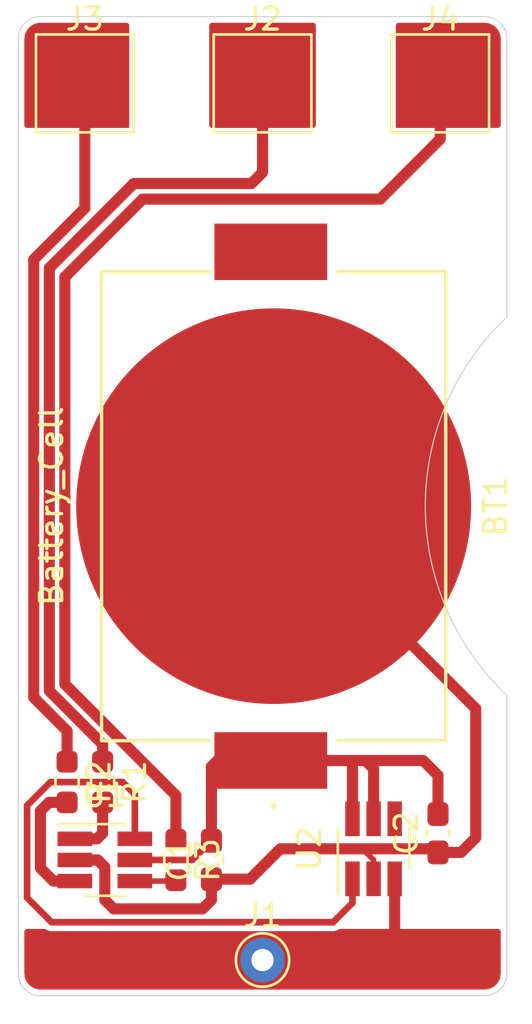
<source format=kicad_pcb>
(kicad_pcb (version 20171130) (host pcbnew 5.1.8)

  (general
    (thickness 1.6)
    (drawings 11)
    (tracks 74)
    (zones 0)
    (modules 12)
    (nets 12)
  )

  (page A)
  (title_block
    (date 2020-12-20)
  )

  (layers
    (0 F.Cu signal)
    (31 B.Cu signal)
    (32 B.Adhes user)
    (33 F.Adhes user)
    (34 B.Paste user)
    (35 F.Paste user)
    (36 B.SilkS user)
    (37 F.SilkS user)
    (38 B.Mask user)
    (39 F.Mask user)
    (40 Dwgs.User user)
    (41 Cmts.User user)
    (42 Eco1.User user)
    (43 Eco2.User user)
    (44 Edge.Cuts user)
    (45 Margin user)
    (46 B.CrtYd user)
    (47 F.CrtYd user)
    (48 B.Fab user)
    (49 F.Fab user)
  )

  (setup
    (last_trace_width 0.25)
    (user_trace_width 0.3)
    (user_trace_width 0.5)
    (user_trace_width 1)
    (user_trace_width 3.5)
    (trace_clearance 0.2)
    (zone_clearance 0.25)
    (zone_45_only no)
    (trace_min 0.2)
    (via_size 0.8)
    (via_drill 0.4)
    (via_min_size 0.4)
    (via_min_drill 0.3)
    (uvia_size 0.3)
    (uvia_drill 0.1)
    (uvias_allowed no)
    (uvia_min_size 0.2)
    (uvia_min_drill 0.1)
    (edge_width 0.05)
    (segment_width 0.2)
    (pcb_text_width 0.3)
    (pcb_text_size 1.5 1.5)
    (mod_edge_width 0.12)
    (mod_text_size 1 1)
    (mod_text_width 0.15)
    (pad_size 1.524 1.524)
    (pad_drill 0.762)
    (pad_to_mask_clearance 0)
    (aux_axis_origin 123 99)
    (visible_elements FFFFFF7F)
    (pcbplotparams
      (layerselection 0x01000_7fffffff)
      (usegerberextensions false)
      (usegerberattributes true)
      (usegerberadvancedattributes true)
      (creategerberjobfile true)
      (excludeedgelayer true)
      (linewidth 0.100000)
      (plotframeref false)
      (viasonmask false)
      (mode 1)
      (useauxorigin true)
      (hpglpennumber 1)
      (hpglpenspeed 20)
      (hpglpendiameter 15.000000)
      (psnegative false)
      (psa4output false)
      (plotreference true)
      (plotvalue true)
      (plotinvisibletext false)
      (padsonsilk false)
      (subtractmaskfromsilk false)
      (outputformat 1)
      (mirror false)
      (drillshape 0)
      (scaleselection 1)
      (outputdirectory "gerber/"))
  )

  (net 0 "")
  (net 1 GND)
  (net 2 +3V0)
  (net 3 /TOUCH)
  (net 4 /PB0)
  (net 5 /PB1)
  (net 6 /PB2)
  (net 7 "Net-(U2-Pad4)")
  (net 8 /PB3)
  (net 9 "Net-(J2-Pad1)")
  (net 10 "Net-(J3-Pad1)")
  (net 11 "Net-(J4-Pad1)")

  (net_class Default "This is the default net class."
    (clearance 0.2)
    (trace_width 0.25)
    (via_dia 0.8)
    (via_drill 0.4)
    (uvia_dia 0.3)
    (uvia_drill 0.1)
    (add_net +3V0)
    (add_net /PB0)
    (add_net /PB1)
    (add_net /PB2)
    (add_net /PB3)
    (add_net /TOUCH)
    (add_net GND)
    (add_net "Net-(J2-Pad1)")
    (add_net "Net-(J3-Pad1)")
    (add_net "Net-(J4-Pad1)")
    (add_net "Net-(U2-Pad4)")
  )

  (module pl_Linx_battery_holder:BAT-HLD-001 (layer F.Cu) (tedit 5FDE6C55) (tstamp 5FB03A17)
    (at 111.5 122 90)
    (path /5FAFD2A3)
    (fp_text reference BT1 (at 0 10 90) (layer F.SilkS)
      (effects (font (size 1 1) (thickness 0.15)))
    )
    (fp_text value Battery_Cell (at 0 -10 90) (layer F.SilkS)
      (effects (font (size 1 1) (thickness 0.15)))
    )
    (fp_line (start -10.541 7.747) (end 10.541 7.747) (layer F.SilkS) (width 0.1524))
    (fp_line (start 10.541 7.747) (end 10.541 2.87274) (layer F.SilkS) (width 0.1524))
    (fp_line (start 10.541 -7.747) (end -10.541 -7.747) (layer F.SilkS) (width 0.1524))
    (fp_line (start -10.541 -7.747) (end -10.541 -2.87274) (layer F.SilkS) (width 0.1524))
    (fp_line (start -10.541 7.747) (end 10.541 7.747) (layer F.Fab) (width 0.1524))
    (fp_line (start 10.541 7.747) (end 10.541 -7.747) (layer F.Fab) (width 0.1524))
    (fp_line (start 10.541 -7.747) (end -10.541 -7.747) (layer F.Fab) (width 0.1524))
    (fp_line (start -10.541 -7.747) (end -10.541 7.747) (layer F.Fab) (width 0.1524))
    (fp_line (start -10.541 2.87274) (end -10.541 7.747) (layer F.SilkS) (width 0.1524))
    (fp_line (start 10.541 -2.87274) (end 10.541 -7.747) (layer F.SilkS) (width 0.1524))
    (fp_line (start -12.954 9.1948) (end -12.954 -9.1948) (layer F.CrtYd) (width 0.1524))
    (fp_line (start -12.954 -9.1948) (end 12.954 -9.1948) (layer F.CrtYd) (width 0.1524))
    (fp_line (start 12.954 -9.1948) (end 12.954 9.1948) (layer F.CrtYd) (width 0.1524))
    (fp_line (start 12.954 9.1948) (end -12.954 9.1948) (layer F.CrtYd) (width 0.1524))
    (fp_circle (center -13.462 0) (end -13.3858 0) (layer F.Fab) (width 0.1524))
    (fp_circle (center -13.462 0) (end -13.3858 0) (layer F.SilkS) (width 0.1524))
    (fp_text user 0.8in/20.32mm (at 0 -10.795 90) (layer Dwgs.User)
      (effects (font (size 1 1) (thickness 0.15)))
    )
    (fp_text user 1in/25.4mm (at 0 10.795 90) (layer Dwgs.User)
      (effects (font (size 1 1) (thickness 0.15)))
    )
    (fp_text user 0.2in/5.08mm (at 5.588 0 90) (layer Dwgs.User)
      (effects (font (size 1 1) (thickness 0.15)))
    )
    (fp_text user * (at 0 0 90) (layer F.Fab)
      (effects (font (size 1 1) (thickness 0.15)))
    )
    (fp_text user "Copyright 2016 Accelerated Designs. All rights reserved." (at 0 0 90) (layer Cmts.User)
      (effects (font (size 0.127 0.127) (thickness 0.002)))
    )
    (pad 2 smd circle (at 0 0 90) (size 17.780001 17.780001) (layers F.Cu F.Paste F.Mask)
      (net 1 GND))
    (pad 3 smd rect (at 11.43 -0.127 90) (size 2.54 5.08) (layers F.Cu F.Paste F.Mask))
    (pad 1 smd rect (at -11.43 -0.127 90) (size 2.54 5.08) (layers F.Cu F.Paste F.Mask)
      (net 2 +3V0))
    (model ${KIPRJMOD}/3d_models/pl_battery-holder.3dshapes/BAT-HLD-001.step
      (at (xyz 0 0 0))
      (scale (xyz 1 1 1))
      (rotate (xyz 0 0 0))
    )
  )

  (module Resistor_SMD:R_0603_1608Metric_Pad0.98x0.95mm_HandSolder (layer F.Cu) (tedit 5F68FEEE) (tstamp 5FDE9693)
    (at 103.8 134.4 270)
    (descr "Resistor SMD 0603 (1608 Metric), square (rectangular) end terminal, IPC_7351 nominal with elongated pad for handsoldering. (Body size source: IPC-SM-782 page 72, https://www.pcb-3d.com/wordpress/wp-content/uploads/ipc-sm-782a_amendment_1_and_2.pdf), generated with kicad-footprint-generator")
    (tags "resistor handsolder")
    (path /5FAFED22)
    (attr smd)
    (fp_text reference R1 (at 0 -1.43 90) (layer F.SilkS)
      (effects (font (size 1 1) (thickness 0.15)))
    )
    (fp_text value 91 (at 0 1.43 90) (layer F.Fab)
      (effects (font (size 1 1) (thickness 0.15)))
    )
    (fp_line (start -0.8 0.4125) (end -0.8 -0.4125) (layer F.Fab) (width 0.1))
    (fp_line (start -0.8 -0.4125) (end 0.8 -0.4125) (layer F.Fab) (width 0.1))
    (fp_line (start 0.8 -0.4125) (end 0.8 0.4125) (layer F.Fab) (width 0.1))
    (fp_line (start 0.8 0.4125) (end -0.8 0.4125) (layer F.Fab) (width 0.1))
    (fp_line (start -0.254724 -0.5225) (end 0.254724 -0.5225) (layer F.SilkS) (width 0.12))
    (fp_line (start -0.254724 0.5225) (end 0.254724 0.5225) (layer F.SilkS) (width 0.12))
    (fp_line (start -1.65 0.73) (end -1.65 -0.73) (layer F.CrtYd) (width 0.05))
    (fp_line (start -1.65 -0.73) (end 1.65 -0.73) (layer F.CrtYd) (width 0.05))
    (fp_line (start 1.65 -0.73) (end 1.65 0.73) (layer F.CrtYd) (width 0.05))
    (fp_line (start 1.65 0.73) (end -1.65 0.73) (layer F.CrtYd) (width 0.05))
    (fp_text user %R (at 0 0 90) (layer F.Fab)
      (effects (font (size 0.4 0.4) (thickness 0.06)))
    )
    (pad 1 smd roundrect (at -0.9125 0 270) (size 0.975 0.95) (layers F.Cu F.Paste F.Mask) (roundrect_rratio 0.25)
      (net 9 "Net-(J2-Pad1)"))
    (pad 2 smd roundrect (at 0.9125 0 270) (size 0.975 0.95) (layers F.Cu F.Paste F.Mask) (roundrect_rratio 0.25)
      (net 4 /PB0))
    (model ${KISYS3DMOD}/Resistor_SMD.3dshapes/R_0603_1608Metric.wrl
      (at (xyz 0 0 0))
      (scale (xyz 1 1 1))
      (rotate (xyz 0 0 0))
    )
  )

  (module Resistor_SMD:R_0603_1608Metric_Pad0.98x0.95mm_HandSolder (layer F.Cu) (tedit 5F68FEEE) (tstamp 5FDE96F9)
    (at 102.2 134.4 270)
    (descr "Resistor SMD 0603 (1608 Metric), square (rectangular) end terminal, IPC_7351 nominal with elongated pad for handsoldering. (Body size source: IPC-SM-782 page 72, https://www.pcb-3d.com/wordpress/wp-content/uploads/ipc-sm-782a_amendment_1_and_2.pdf), generated with kicad-footprint-generator")
    (tags "resistor handsolder")
    (path /5FAFF166)
    (attr smd)
    (fp_text reference R2 (at 0 -1.43 90) (layer F.SilkS)
      (effects (font (size 1 1) (thickness 0.15)))
    )
    (fp_text value 91 (at 0 1.43 90) (layer F.Fab)
      (effects (font (size 1 1) (thickness 0.15)))
    )
    (fp_line (start 1.65 0.73) (end -1.65 0.73) (layer F.CrtYd) (width 0.05))
    (fp_line (start 1.65 -0.73) (end 1.65 0.73) (layer F.CrtYd) (width 0.05))
    (fp_line (start -1.65 -0.73) (end 1.65 -0.73) (layer F.CrtYd) (width 0.05))
    (fp_line (start -1.65 0.73) (end -1.65 -0.73) (layer F.CrtYd) (width 0.05))
    (fp_line (start -0.254724 0.5225) (end 0.254724 0.5225) (layer F.SilkS) (width 0.12))
    (fp_line (start -0.254724 -0.5225) (end 0.254724 -0.5225) (layer F.SilkS) (width 0.12))
    (fp_line (start 0.8 0.4125) (end -0.8 0.4125) (layer F.Fab) (width 0.1))
    (fp_line (start 0.8 -0.4125) (end 0.8 0.4125) (layer F.Fab) (width 0.1))
    (fp_line (start -0.8 -0.4125) (end 0.8 -0.4125) (layer F.Fab) (width 0.1))
    (fp_line (start -0.8 0.4125) (end -0.8 -0.4125) (layer F.Fab) (width 0.1))
    (fp_text user %R (at 0 0 90) (layer F.Fab)
      (effects (font (size 0.4 0.4) (thickness 0.06)))
    )
    (pad 2 smd roundrect (at 0.9125 0 270) (size 0.975 0.95) (layers F.Cu F.Paste F.Mask) (roundrect_rratio 0.25)
      (net 5 /PB1))
    (pad 1 smd roundrect (at -0.9125 0 270) (size 0.975 0.95) (layers F.Cu F.Paste F.Mask) (roundrect_rratio 0.25)
      (net 10 "Net-(J3-Pad1)"))
    (model ${KISYS3DMOD}/Resistor_SMD.3dshapes/R_0603_1608Metric.wrl
      (at (xyz 0 0 0))
      (scale (xyz 1 1 1))
      (rotate (xyz 0 0 0))
    )
  )

  (module Capacitor_SMD:C_0603_1608Metric_Pad1.08x0.95mm_HandSolder (layer F.Cu) (tedit 5F68FEEF) (tstamp 5FDE23A3)
    (at 108.7 137.9 90)
    (descr "Capacitor SMD 0603 (1608 Metric), square (rectangular) end terminal, IPC_7351 nominal with elongated pad for handsoldering. (Body size source: IPC-SM-782 page 76, https://www.pcb-3d.com/wordpress/wp-content/uploads/ipc-sm-782a_amendment_1_and_2.pdf), generated with kicad-footprint-generator")
    (tags "capacitor handsolder")
    (path /5FE09015)
    (attr smd)
    (fp_text reference C1 (at 0 -1.43 90) (layer F.SilkS)
      (effects (font (size 1 1) (thickness 0.15)))
    )
    (fp_text value 100n (at 0 1.43 90) (layer F.Fab)
      (effects (font (size 1 1) (thickness 0.15)))
    )
    (fp_line (start 1.65 0.73) (end -1.65 0.73) (layer F.CrtYd) (width 0.05))
    (fp_line (start 1.65 -0.73) (end 1.65 0.73) (layer F.CrtYd) (width 0.05))
    (fp_line (start -1.65 -0.73) (end 1.65 -0.73) (layer F.CrtYd) (width 0.05))
    (fp_line (start -1.65 0.73) (end -1.65 -0.73) (layer F.CrtYd) (width 0.05))
    (fp_line (start -0.146267 0.51) (end 0.146267 0.51) (layer F.SilkS) (width 0.12))
    (fp_line (start -0.146267 -0.51) (end 0.146267 -0.51) (layer F.SilkS) (width 0.12))
    (fp_line (start 0.8 0.4) (end -0.8 0.4) (layer F.Fab) (width 0.1))
    (fp_line (start 0.8 -0.4) (end 0.8 0.4) (layer F.Fab) (width 0.1))
    (fp_line (start -0.8 -0.4) (end 0.8 -0.4) (layer F.Fab) (width 0.1))
    (fp_line (start -0.8 0.4) (end -0.8 -0.4) (layer F.Fab) (width 0.1))
    (fp_text user %R (at 0 0 90) (layer F.Fab)
      (effects (font (size 0.4 0.4) (thickness 0.06)))
    )
    (pad 1 smd roundrect (at -0.8625 0 90) (size 1.075 0.95) (layers F.Cu F.Paste F.Mask) (roundrect_rratio 0.25)
      (net 1 GND))
    (pad 2 smd roundrect (at 0.8625 0 90) (size 1.075 0.95) (layers F.Cu F.Paste F.Mask) (roundrect_rratio 0.25)
      (net 2 +3V0))
    (model ${KISYS3DMOD}/Capacitor_SMD.3dshapes/C_0603_1608Metric.wrl
      (at (xyz 0 0 0))
      (scale (xyz 1 1 1))
      (rotate (xyz 0 0 0))
    )
  )

  (module Capacitor_SMD:C_0603_1608Metric_Pad1.08x0.95mm_HandSolder (layer F.Cu) (tedit 5F68FEEF) (tstamp 5FDEA3C3)
    (at 118.9 136.7 90)
    (descr "Capacitor SMD 0603 (1608 Metric), square (rectangular) end terminal, IPC_7351 nominal with elongated pad for handsoldering. (Body size source: IPC-SM-782 page 76, https://www.pcb-3d.com/wordpress/wp-content/uploads/ipc-sm-782a_amendment_1_and_2.pdf), generated with kicad-footprint-generator")
    (tags "capacitor handsolder")
    (path /5FE06C2D)
    (attr smd)
    (fp_text reference C2 (at 0 -1.43 90) (layer F.SilkS)
      (effects (font (size 1 1) (thickness 0.15)))
    )
    (fp_text value 100n (at 0 1.43 90) (layer F.Fab)
      (effects (font (size 1 1) (thickness 0.15)))
    )
    (fp_line (start -0.8 0.4) (end -0.8 -0.4) (layer F.Fab) (width 0.1))
    (fp_line (start -0.8 -0.4) (end 0.8 -0.4) (layer F.Fab) (width 0.1))
    (fp_line (start 0.8 -0.4) (end 0.8 0.4) (layer F.Fab) (width 0.1))
    (fp_line (start 0.8 0.4) (end -0.8 0.4) (layer F.Fab) (width 0.1))
    (fp_line (start -0.146267 -0.51) (end 0.146267 -0.51) (layer F.SilkS) (width 0.12))
    (fp_line (start -0.146267 0.51) (end 0.146267 0.51) (layer F.SilkS) (width 0.12))
    (fp_line (start -1.65 0.73) (end -1.65 -0.73) (layer F.CrtYd) (width 0.05))
    (fp_line (start -1.65 -0.73) (end 1.65 -0.73) (layer F.CrtYd) (width 0.05))
    (fp_line (start 1.65 -0.73) (end 1.65 0.73) (layer F.CrtYd) (width 0.05))
    (fp_line (start 1.65 0.73) (end -1.65 0.73) (layer F.CrtYd) (width 0.05))
    (fp_text user %R (at 0 0 90) (layer F.Fab)
      (effects (font (size 0.4 0.4) (thickness 0.06)))
    )
    (pad 2 smd roundrect (at 0.8625 0 90) (size 1.075 0.95) (layers F.Cu F.Paste F.Mask) (roundrect_rratio 0.25)
      (net 2 +3V0))
    (pad 1 smd roundrect (at -0.8625 0 90) (size 1.075 0.95) (layers F.Cu F.Paste F.Mask) (roundrect_rratio 0.25)
      (net 1 GND))
    (model ${KISYS3DMOD}/Capacitor_SMD.3dshapes/C_0603_1608Metric.wrl
      (at (xyz 0 0 0))
      (scale (xyz 1 1 1))
      (rotate (xyz 0 0 0))
    )
  )

  (module Resistor_SMD:R_0603_1608Metric_Pad0.98x0.95mm_HandSolder (layer F.Cu) (tedit 5F68FEEE) (tstamp 5FDE958B)
    (at 107.1 137.9 270)
    (descr "Resistor SMD 0603 (1608 Metric), square (rectangular) end terminal, IPC_7351 nominal with elongated pad for handsoldering. (Body size source: IPC-SM-782 page 72, https://www.pcb-3d.com/wordpress/wp-content/uploads/ipc-sm-782a_amendment_1_and_2.pdf), generated with kicad-footprint-generator")
    (tags "resistor handsolder")
    (path /5FE30139)
    (attr smd)
    (fp_text reference R3 (at 0 -1.43 90) (layer F.SilkS)
      (effects (font (size 1 1) (thickness 0.15)))
    )
    (fp_text value 91 (at 0 1.43 90) (layer F.Fab)
      (effects (font (size 1 1) (thickness 0.15)))
    )
    (fp_line (start -0.8 0.4125) (end -0.8 -0.4125) (layer F.Fab) (width 0.1))
    (fp_line (start -0.8 -0.4125) (end 0.8 -0.4125) (layer F.Fab) (width 0.1))
    (fp_line (start 0.8 -0.4125) (end 0.8 0.4125) (layer F.Fab) (width 0.1))
    (fp_line (start 0.8 0.4125) (end -0.8 0.4125) (layer F.Fab) (width 0.1))
    (fp_line (start -0.254724 -0.5225) (end 0.254724 -0.5225) (layer F.SilkS) (width 0.12))
    (fp_line (start -0.254724 0.5225) (end 0.254724 0.5225) (layer F.SilkS) (width 0.12))
    (fp_line (start -1.65 0.73) (end -1.65 -0.73) (layer F.CrtYd) (width 0.05))
    (fp_line (start -1.65 -0.73) (end 1.65 -0.73) (layer F.CrtYd) (width 0.05))
    (fp_line (start 1.65 -0.73) (end 1.65 0.73) (layer F.CrtYd) (width 0.05))
    (fp_line (start 1.65 0.73) (end -1.65 0.73) (layer F.CrtYd) (width 0.05))
    (fp_text user %R (at 0 0 90) (layer F.Fab)
      (effects (font (size 0.4 0.4) (thickness 0.06)))
    )
    (pad 2 smd roundrect (at 0.9125 0 270) (size 0.975 0.95) (layers F.Cu F.Paste F.Mask) (roundrect_rratio 0.25)
      (net 6 /PB2))
    (pad 1 smd roundrect (at -0.9125 0 270) (size 0.975 0.95) (layers F.Cu F.Paste F.Mask) (roundrect_rratio 0.25)
      (net 11 "Net-(J4-Pad1)"))
    (model ${KISYS3DMOD}/Resistor_SMD.3dshapes/R_0603_1608Metric.wrl
      (at (xyz 0 0 0))
      (scale (xyz 1 1 1))
      (rotate (xyz 0 0 0))
    )
  )

  (module Package_TO_SOT_SMD:SOT-23-6_Handsoldering (layer F.Cu) (tedit 5A02FF57) (tstamp 5FDEA3F8)
    (at 116 137.4 90)
    (descr "6-pin SOT-23 package, Handsoldering")
    (tags "SOT-23-6 Handsoldering")
    (path /5FDEC827)
    (attr smd)
    (fp_text reference U2 (at 0 -2.9 90) (layer F.SilkS)
      (effects (font (size 1 1) (thickness 0.15)))
    )
    (fp_text value TTP223E-HA6 (at 0 2.9 90) (layer F.Fab)
      (effects (font (size 1 1) (thickness 0.15)))
    )
    (fp_line (start 0.9 -1.55) (end 0.9 1.55) (layer F.Fab) (width 0.1))
    (fp_line (start 0.9 1.55) (end -0.9 1.55) (layer F.Fab) (width 0.1))
    (fp_line (start -0.9 -0.9) (end -0.9 1.55) (layer F.Fab) (width 0.1))
    (fp_line (start 0.9 -1.55) (end -0.25 -1.55) (layer F.Fab) (width 0.1))
    (fp_line (start -0.9 -0.9) (end -0.25 -1.55) (layer F.Fab) (width 0.1))
    (fp_line (start -2.4 -1.8) (end 2.4 -1.8) (layer F.CrtYd) (width 0.05))
    (fp_line (start 2.4 -1.8) (end 2.4 1.8) (layer F.CrtYd) (width 0.05))
    (fp_line (start 2.4 1.8) (end -2.4 1.8) (layer F.CrtYd) (width 0.05))
    (fp_line (start -2.4 1.8) (end -2.4 -1.8) (layer F.CrtYd) (width 0.05))
    (fp_line (start 0.9 -1.61) (end -2.05 -1.61) (layer F.SilkS) (width 0.12))
    (fp_line (start -0.9 1.61) (end 0.9 1.61) (layer F.SilkS) (width 0.12))
    (fp_text user %R (at 0 0) (layer F.Fab)
      (effects (font (size 0.5 0.5) (thickness 0.075)))
    )
    (pad 1 smd rect (at -1.35 -0.95 90) (size 1.56 0.65) (layers F.Cu F.Paste F.Mask)
      (net 8 /PB3))
    (pad 2 smd rect (at -1.35 0 90) (size 1.56 0.65) (layers F.Cu F.Paste F.Mask)
      (net 1 GND))
    (pad 3 smd rect (at -1.35 0.95 90) (size 1.56 0.65) (layers F.Cu F.Paste F.Mask)
      (net 3 /TOUCH))
    (pad 4 smd rect (at 1.35 0.95 90) (size 1.56 0.65) (layers F.Cu F.Paste F.Mask)
      (net 7 "Net-(U2-Pad4)"))
    (pad 6 smd rect (at 1.35 -0.95 90) (size 1.56 0.65) (layers F.Cu F.Paste F.Mask)
      (net 2 +3V0))
    (pad 5 smd rect (at 1.35 0 90) (size 1.56 0.65) (layers F.Cu F.Paste F.Mask)
      (net 2 +3V0))
    (model ${KISYS3DMOD}/Package_TO_SOT_SMD.3dshapes/SOT-23-6.wrl
      (at (xyz 0 0 0))
      (scale (xyz 1 1 1))
      (rotate (xyz 0 0 0))
    )
  )

  (module Package_TO_SOT_SMD:SOT-23-6_Handsoldering (layer F.Cu) (tedit 5A02FF57) (tstamp 5FDE2E4E)
    (at 103.9 137.9)
    (descr "6-pin SOT-23 package, Handsoldering")
    (tags "SOT-23-6 Handsoldering")
    (path /5FDE147D)
    (attr smd)
    (fp_text reference U1 (at 0 -2.9) (layer F.SilkS)
      (effects (font (size 1 1) (thickness 0.15)))
    )
    (fp_text value ATtiny10-TS (at 0 2.9) (layer F.Fab)
      (effects (font (size 1 1) (thickness 0.15)))
    )
    (fp_line (start 0.9 -1.55) (end 0.9 1.55) (layer F.Fab) (width 0.1))
    (fp_line (start 0.9 1.55) (end -0.9 1.55) (layer F.Fab) (width 0.1))
    (fp_line (start -0.9 -0.9) (end -0.9 1.55) (layer F.Fab) (width 0.1))
    (fp_line (start 0.9 -1.55) (end -0.25 -1.55) (layer F.Fab) (width 0.1))
    (fp_line (start -0.9 -0.9) (end -0.25 -1.55) (layer F.Fab) (width 0.1))
    (fp_line (start -2.4 -1.8) (end 2.4 -1.8) (layer F.CrtYd) (width 0.05))
    (fp_line (start 2.4 -1.8) (end 2.4 1.8) (layer F.CrtYd) (width 0.05))
    (fp_line (start 2.4 1.8) (end -2.4 1.8) (layer F.CrtYd) (width 0.05))
    (fp_line (start -2.4 1.8) (end -2.4 -1.8) (layer F.CrtYd) (width 0.05))
    (fp_line (start 0.9 -1.61) (end -2.05 -1.61) (layer F.SilkS) (width 0.12))
    (fp_line (start -0.9 1.61) (end 0.9 1.61) (layer F.SilkS) (width 0.12))
    (fp_text user %R (at 0 0 90) (layer F.Fab)
      (effects (font (size 0.5 0.5) (thickness 0.075)))
    )
    (pad 1 smd rect (at -1.35 -0.95) (size 1.56 0.65) (layers F.Cu F.Paste F.Mask)
      (net 4 /PB0))
    (pad 2 smd rect (at -1.35 0) (size 1.56 0.65) (layers F.Cu F.Paste F.Mask)
      (net 1 GND))
    (pad 3 smd rect (at -1.35 0.95) (size 1.56 0.65) (layers F.Cu F.Paste F.Mask)
      (net 5 /PB1))
    (pad 4 smd rect (at 1.35 0.95) (size 1.56 0.65) (layers F.Cu F.Paste F.Mask)
      (net 6 /PB2))
    (pad 6 smd rect (at 1.35 -0.95) (size 1.56 0.65) (layers F.Cu F.Paste F.Mask)
      (net 8 /PB3))
    (pad 5 smd rect (at 1.35 0) (size 1.56 0.65) (layers F.Cu F.Paste F.Mask)
      (net 2 +3V0))
    (model ${KISYS3DMOD}/Package_TO_SOT_SMD.3dshapes/SOT-23-6.wrl
      (at (xyz 0 0 0))
      (scale (xyz 1 1 1))
      (rotate (xyz 0 0 0))
    )
  )

  (module TestPoint:TestPoint_THTPad_D2.0mm_Drill1.0mm (layer F.Cu) (tedit 5A0F774F) (tstamp 5FDE903A)
    (at 111 142.4)
    (descr "THT pad as test Point, diameter 2.0mm, hole diameter 1.0mm")
    (tags "test point THT pad")
    (path /5FE01661)
    (attr virtual)
    (fp_text reference J1 (at 0 -1.998) (layer F.SilkS)
      (effects (font (size 1 1) (thickness 0.15)))
    )
    (fp_text value "TOUCH PAD" (at 0 2.05) (layer F.Fab)
      (effects (font (size 1 1) (thickness 0.15)))
    )
    (fp_circle (center 0 0) (end 0 1.2) (layer F.SilkS) (width 0.12))
    (fp_circle (center 0 0) (end 1.5 0) (layer F.CrtYd) (width 0.05))
    (fp_text user %R (at 0 -2) (layer F.Fab)
      (effects (font (size 1 1) (thickness 0.15)))
    )
    (pad 1 thru_hole circle (at 0 0) (size 2 2) (drill 1) (layers *.Cu *.Mask)
      (net 3 /TOUCH))
  )

  (module TestPoint:TestPoint_Pad_4.0x4.0mm (layer F.Cu) (tedit 5A0F774F) (tstamp 5FDE9F23)
    (at 111 103)
    (descr "SMD rectangular pad as test Point, square 4.0mm side length")
    (tags "test point SMD pad rectangle square")
    (path /5FF22C12)
    (attr virtual)
    (fp_text reference J2 (at 0 -2.898) (layer F.SilkS)
      (effects (font (size 1 1) (thickness 0.15)))
    )
    (fp_text value LED_PAD (at 0 3.1) (layer F.Fab)
      (effects (font (size 1 1) (thickness 0.15)))
    )
    (fp_line (start 2.5 2.5) (end -2.5 2.5) (layer F.CrtYd) (width 0.05))
    (fp_line (start 2.5 2.5) (end 2.5 -2.5) (layer F.CrtYd) (width 0.05))
    (fp_line (start -2.5 -2.5) (end -2.5 2.5) (layer F.CrtYd) (width 0.05))
    (fp_line (start -2.5 -2.5) (end 2.5 -2.5) (layer F.CrtYd) (width 0.05))
    (fp_line (start -2.2 2.2) (end -2.2 -2.2) (layer F.SilkS) (width 0.12))
    (fp_line (start 2.2 2.2) (end -2.2 2.2) (layer F.SilkS) (width 0.12))
    (fp_line (start 2.2 -2.2) (end 2.2 2.2) (layer F.SilkS) (width 0.12))
    (fp_line (start -2.2 -2.2) (end 2.2 -2.2) (layer F.SilkS) (width 0.12))
    (fp_text user %R (at 0 -2.9) (layer F.Fab)
      (effects (font (size 1 1) (thickness 0.15)))
    )
    (pad 1 smd rect (at 0 0) (size 4 4) (layers F.Cu F.Mask)
      (net 9 "Net-(J2-Pad1)"))
  )

  (module TestPoint:TestPoint_Pad_4.0x4.0mm (layer F.Cu) (tedit 5A0F774F) (tstamp 5FDE9F31)
    (at 103 103)
    (descr "SMD rectangular pad as test Point, square 4.0mm side length")
    (tags "test point SMD pad rectangle square")
    (path /5FF27BC7)
    (attr virtual)
    (fp_text reference J3 (at 0 -2.898) (layer F.SilkS)
      (effects (font (size 1 1) (thickness 0.15)))
    )
    (fp_text value LED_PAD (at 0 3.1) (layer F.Fab)
      (effects (font (size 1 1) (thickness 0.15)))
    )
    (fp_line (start -2.2 -2.2) (end 2.2 -2.2) (layer F.SilkS) (width 0.12))
    (fp_line (start 2.2 -2.2) (end 2.2 2.2) (layer F.SilkS) (width 0.12))
    (fp_line (start 2.2 2.2) (end -2.2 2.2) (layer F.SilkS) (width 0.12))
    (fp_line (start -2.2 2.2) (end -2.2 -2.2) (layer F.SilkS) (width 0.12))
    (fp_line (start -2.5 -2.5) (end 2.5 -2.5) (layer F.CrtYd) (width 0.05))
    (fp_line (start -2.5 -2.5) (end -2.5 2.5) (layer F.CrtYd) (width 0.05))
    (fp_line (start 2.5 2.5) (end 2.5 -2.5) (layer F.CrtYd) (width 0.05))
    (fp_line (start 2.5 2.5) (end -2.5 2.5) (layer F.CrtYd) (width 0.05))
    (fp_text user %R (at 0 -2.9) (layer F.Fab)
      (effects (font (size 1 1) (thickness 0.15)))
    )
    (pad 1 smd rect (at 0 0) (size 4 4) (layers F.Cu F.Mask)
      (net 10 "Net-(J3-Pad1)"))
  )

  (module TestPoint:TestPoint_Pad_4.0x4.0mm (layer F.Cu) (tedit 5A0F774F) (tstamp 5FDE9F3F)
    (at 119 103)
    (descr "SMD rectangular pad as test Point, square 4.0mm side length")
    (tags "test point SMD pad rectangle square")
    (path /5FF28E57)
    (attr virtual)
    (fp_text reference J4 (at 0 -2.898) (layer F.SilkS)
      (effects (font (size 1 1) (thickness 0.15)))
    )
    (fp_text value LED_PAD (at 0 3.1) (layer F.Fab)
      (effects (font (size 1 1) (thickness 0.15)))
    )
    (fp_line (start 2.5 2.5) (end -2.5 2.5) (layer F.CrtYd) (width 0.05))
    (fp_line (start 2.5 2.5) (end 2.5 -2.5) (layer F.CrtYd) (width 0.05))
    (fp_line (start -2.5 -2.5) (end -2.5 2.5) (layer F.CrtYd) (width 0.05))
    (fp_line (start -2.5 -2.5) (end 2.5 -2.5) (layer F.CrtYd) (width 0.05))
    (fp_line (start -2.2 2.2) (end -2.2 -2.2) (layer F.SilkS) (width 0.12))
    (fp_line (start 2.2 2.2) (end -2.2 2.2) (layer F.SilkS) (width 0.12))
    (fp_line (start 2.2 -2.2) (end 2.2 2.2) (layer F.SilkS) (width 0.12))
    (fp_line (start -2.2 -2.2) (end 2.2 -2.2) (layer F.SilkS) (width 0.12))
    (fp_text user %R (at 0 -2.9) (layer F.Fab)
      (effects (font (size 1 1) (thickness 0.15)))
    )
    (pad 1 smd rect (at 0 0) (size 4 4) (layers F.Cu F.Mask)
      (net 11 "Net-(J4-Pad1)"))
  )

  (gr_arc (start 101 143) (end 100 143) (angle -90) (layer Edge.Cuts) (width 0.05))
  (gr_arc (start 121 143) (end 121 144) (angle -90) (layer Edge.Cuts) (width 0.05))
  (gr_arc (start 121 101) (end 122 101) (angle -90) (layer Edge.Cuts) (width 0.05))
  (gr_arc (start 101 101) (end 101 100) (angle -90) (layer Edge.Cuts) (width 0.05))
  (gr_line (start 122 143) (end 122 130.5) (layer Edge.Cuts) (width 0.05) (tstamp 5FDE8CD8))
  (gr_arc (start 130 122) (end 122 113.5) (angle -93.47140918) (layer Edge.Cuts) (width 0.05))
  (gr_circle (center 111.5 122) (end 121.5 122) (layer Dwgs.User) (width 0.15))
  (gr_line (start 100 143) (end 100 101) (layer Edge.Cuts) (width 0.05) (tstamp 5FB03EFE))
  (gr_line (start 121 144) (end 101 144) (layer Edge.Cuts) (width 0.05))
  (gr_line (start 122 101) (end 122 113.5) (layer Edge.Cuts) (width 0.05))
  (gr_line (start 101 100) (end 121 100) (layer Edge.Cuts) (width 0.05) (tstamp 5FDEA00F))

  (segment (start 116 138.75) (end 116.05 138.75) (width 0.5) (layer F.Cu) (net 1))
  (segment (start 115.5 137.4) (end 111.8 137.4) (width 0.25) (layer F.Cu) (net 1))
  (segment (start 116 137.9) (end 115.5 137.4) (width 0.25) (layer F.Cu) (net 1))
  (segment (start 116 138.75) (end 116 137.9) (width 0.25) (layer F.Cu) (net 1))
  (segment (start 118.7375 137.4) (end 111.8 137.4) (width 0.5) (layer F.Cu) (net 1))
  (segment (start 118.9 137.5625) (end 118.7375 137.4) (width 0.5) (layer F.Cu) (net 1))
  (segment (start 108.7 138.7625) (end 110.4375 138.7625) (width 0.5) (layer F.Cu) (net 1))
  (segment (start 111.8 137.4) (end 110.4375 138.7625) (width 0.5) (layer F.Cu) (net 1))
  (segment (start 118.9 137.5625) (end 119.9375 137.5625) (width 0.5) (layer F.Cu) (net 1))
  (segment (start 119.9375 137.5625) (end 120.6 136.9) (width 0.5) (layer F.Cu) (net 1))
  (segment (start 120.6 131.1) (end 111.5 122) (width 0.5) (layer F.Cu) (net 1))
  (segment (start 120.6 136.9) (end 120.6 131.1) (width 0.5) (layer F.Cu) (net 1))
  (segment (start 103.9 139.7) (end 103.9 138.22) (width 0.5) (layer F.Cu) (net 1))
  (segment (start 103.9 138.22) (end 103.58 137.9) (width 0.5) (layer F.Cu) (net 1))
  (segment (start 104.3 140.1) (end 103.9 139.7) (width 0.5) (layer F.Cu) (net 1))
  (segment (start 103.58 137.9) (end 102.55 137.9) (width 0.5) (layer F.Cu) (net 1))
  (segment (start 108.3 140.1) (end 104.3 140.1) (width 0.5) (layer F.Cu) (net 1))
  (segment (start 108.7 139.7) (end 108.3 140.1) (width 0.5) (layer F.Cu) (net 1))
  (segment (start 108.7 138.7625) (end 108.7 139.7) (width 0.5) (layer F.Cu) (net 1))
  (segment (start 107.8375 137.9) (end 108.7 137.0375) (width 0.3) (layer F.Cu) (net 2))
  (segment (start 105.25 137.9) (end 107.8375 137.9) (width 0.3) (layer F.Cu) (net 2))
  (segment (start 108.7 137.0375) (end 108.7 133.7) (width 0.5) (layer F.Cu) (net 2))
  (segment (start 108.97 133.43) (end 111.373 133.43) (width 0.5) (layer F.Cu) (net 2))
  (segment (start 108.7 133.7) (end 108.97 133.43) (width 0.5) (layer F.Cu) (net 2))
  (segment (start 116 136.05) (end 116 133.8) (width 0.5) (layer F.Cu) (net 2))
  (segment (start 116 133.8) (end 115.63 133.43) (width 0.5) (layer F.Cu) (net 2))
  (segment (start 115.05 133.45) (end 115.03 133.43) (width 0.5) (layer F.Cu) (net 2))
  (segment (start 115.05 136.05) (end 115.05 133.45) (width 0.5) (layer F.Cu) (net 2))
  (segment (start 115.03 133.43) (end 111.373 133.43) (width 0.5) (layer F.Cu) (net 2))
  (segment (start 115.63 133.43) (end 115.03 133.43) (width 0.5) (layer F.Cu) (net 2))
  (segment (start 118.9 135.8375) (end 118.9 134.1) (width 0.5) (layer F.Cu) (net 2))
  (segment (start 118.23 133.43) (end 111.373 133.43) (width 0.5) (layer F.Cu) (net 2))
  (segment (start 118.9 134.1) (end 118.23 133.43) (width 0.5) (layer F.Cu) (net 2))
  (segment (start 116.95 138.75) (end 116.95 141.65) (width 0.5) (layer F.Cu) (net 3))
  (segment (start 116.2 142.4) (end 111 142.4) (width 0.5) (layer F.Cu) (net 3))
  (segment (start 116.95 141.65) (end 116.2 142.4) (width 0.5) (layer F.Cu) (net 3))
  (segment (start 103.8 135.3125) (end 103.8 136.7) (width 0.5) (layer F.Cu) (net 4))
  (segment (start 103.55 136.95) (end 102.55 136.95) (width 0.5) (layer F.Cu) (net 4))
  (segment (start 103.8 136.7) (end 103.55 136.95) (width 0.5) (layer F.Cu) (net 4))
  (segment (start 101 135.7) (end 101.3875 135.3125) (width 0.5) (layer F.Cu) (net 5))
  (segment (start 101.584998 138.85) (end 101 138.265002) (width 0.5) (layer F.Cu) (net 5))
  (segment (start 102.55 138.85) (end 101.584998 138.85) (width 0.5) (layer F.Cu) (net 5))
  (segment (start 101 138.265002) (end 101 135.7) (width 0.5) (layer F.Cu) (net 5))
  (segment (start 101.3875 135.3125) (end 102.2 135.3125) (width 0.5) (layer F.Cu) (net 5))
  (segment (start 107.0625 138.85) (end 107.1 138.8125) (width 0.25) (layer F.Cu) (net 6))
  (segment (start 105.25 138.85) (end 107.0625 138.85) (width 0.25) (layer F.Cu) (net 6))
  (segment (start 115.05 139.83) (end 115.05 138.75) (width 0.3) (layer F.Cu) (net 8))
  (segment (start 114.18 140.7) (end 115.05 139.83) (width 0.3) (layer F.Cu) (net 8))
  (segment (start 100.4 139.6) (end 101.5 140.7) (width 0.3) (layer F.Cu) (net 8))
  (segment (start 104.7 134.4) (end 101.451457 134.4) (width 0.3) (layer F.Cu) (net 8))
  (segment (start 101.5 140.7) (end 114.18 140.7) (width 0.3) (layer F.Cu) (net 8))
  (segment (start 101.451457 134.4) (end 100.4 135.451457) (width 0.3) (layer F.Cu) (net 8))
  (segment (start 100.4 135.451457) (end 100.4 139.6) (width 0.3) (layer F.Cu) (net 8))
  (segment (start 105.25 134.95) (end 104.7 134.4) (width 0.3) (layer F.Cu) (net 8))
  (segment (start 105.25 136.95) (end 105.25 134.95) (width 0.3) (layer F.Cu) (net 8))
  (segment (start 111 107) (end 111 103) (width 0.5) (layer F.Cu) (net 9))
  (segment (start 103.8 133.4875) (end 103.8 132.7) (width 0.5) (layer F.Cu) (net 9))
  (segment (start 105.2 107.5) (end 110.5 107.5) (width 0.5) (layer F.Cu) (net 9))
  (segment (start 103.8 132.7) (end 101.4 130.3) (width 0.5) (layer F.Cu) (net 9))
  (segment (start 101.4 130.3) (end 101.4 111.3) (width 0.5) (layer F.Cu) (net 9))
  (segment (start 101.4 111.3) (end 105.2 107.5) (width 0.5) (layer F.Cu) (net 9))
  (segment (start 110.5 107.5) (end 111 107) (width 0.5) (layer F.Cu) (net 9))
  (segment (start 103 108.610768) (end 103 103) (width 0.5) (layer F.Cu) (net 10))
  (segment (start 100.7 110.910768) (end 103 108.610768) (width 0.5) (layer F.Cu) (net 10))
  (segment (start 100.7 130.6) (end 100.7 110.910768) (width 0.5) (layer F.Cu) (net 10))
  (segment (start 102.2 132.1) (end 100.7 130.6) (width 0.5) (layer F.Cu) (net 10))
  (segment (start 102.2 133.4875) (end 102.2 132.1) (width 0.5) (layer F.Cu) (net 10))
  (segment (start 116.3 108.2) (end 119 105.5) (width 0.5) (layer F.Cu) (net 11))
  (segment (start 105.6 108.2) (end 116.3 108.2) (width 0.5) (layer F.Cu) (net 11))
  (segment (start 102.100011 130.000011) (end 102.100011 111.699989) (width 0.5) (layer F.Cu) (net 11))
  (segment (start 107.1 135) (end 102.100011 130.000011) (width 0.5) (layer F.Cu) (net 11))
  (segment (start 107.1 136.9875) (end 107.1 135) (width 0.5) (layer F.Cu) (net 11))
  (segment (start 119 105.5) (end 119 103) (width 0.5) (layer F.Cu) (net 11))
  (segment (start 102.100011 111.699989) (end 105.6 108.2) (width 0.5) (layer F.Cu) (net 11))

  (zone (net 9) (net_name "Net-(J2-Pad1)") (layer F.Cu) (tstamp 5FDF5261) (hatch edge 0.508)
    (priority 1)
    (connect_pads yes (clearance 0.25))
    (min_thickness 0.254)
    (fill yes (arc_segments 32) (thermal_gap 0.508) (thermal_bridge_width 0.508))
    (polygon
      (pts
        (xy 113.4 105) (xy 108.6 105) (xy 108.6 99.5) (xy 113.4 99.5)
      )
    )
    (filled_polygon
      (pts
        (xy 113.273 104.873) (xy 108.727 104.873) (xy 108.727 100.402) (xy 113.273 100.402)
      )
    )
  )
  (zone (net 10) (net_name "Net-(J3-Pad1)") (layer F.Cu) (tstamp 5FDF525E) (hatch edge 0.508)
    (priority 1)
    (connect_pads yes (clearance 0.25))
    (min_thickness 0.254)
    (fill yes (arc_segments 32) (thermal_gap 0.508) (thermal_bridge_width 0.508))
    (polygon
      (pts
        (xy 105 105) (xy 100 105) (xy 100 99.5) (xy 105 99.5)
      )
    )
    (filled_polygon
      (pts
        (xy 104.873 104.873) (xy 100.402 104.873) (xy 100.402 101.019658) (xy 100.415279 100.884227) (xy 100.448905 100.772852)
        (xy 100.503518 100.670141) (xy 100.577046 100.579986) (xy 100.666682 100.505832) (xy 100.769011 100.450503) (xy 100.880141 100.416103)
        (xy 101.014318 100.402) (xy 104.873 100.402)
      )
    )
  )
  (zone (net 11) (net_name "Net-(J4-Pad1)") (layer F.Cu) (tstamp 5FDF525B) (hatch edge 0.508)
    (priority 1)
    (connect_pads yes (clearance 0.25))
    (min_thickness 0.254)
    (fill yes (arc_segments 32) (thermal_gap 0.508) (thermal_bridge_width 0.508))
    (polygon
      (pts
        (xy 122 105) (xy 117 105) (xy 117 99.5) (xy 122 99.5)
      )
    )
    (filled_polygon
      (pts
        (xy 121.115773 100.415279) (xy 121.227148 100.448905) (xy 121.329859 100.503518) (xy 121.420014 100.577046) (xy 121.494168 100.666682)
        (xy 121.549497 100.769011) (xy 121.583897 100.880141) (xy 121.598 101.014318) (xy 121.598 104.873) (xy 117.127 104.873)
        (xy 117.127 100.402) (xy 120.980342 100.402)
      )
    )
  )
  (zone (net 3) (net_name /TOUCH) (layer F.Cu) (tstamp 5FDF5258) (hatch edge 0.508)
    (priority 1)
    (connect_pads yes (clearance 0.25))
    (min_thickness 0.254)
    (fill yes (arc_segments 32) (thermal_gap 0.508) (thermal_bridge_width 0.508))
    (polygon
      (pts
        (xy 122 144.5) (xy 100 144.5) (xy 100 141) (xy 122 141)
      )
    )
    (filled_polygon
      (pts
        (xy 101.205798 141.140304) (xy 101.29735 141.189239) (xy 101.39669 141.219374) (xy 101.5 141.229549) (xy 101.525881 141.227)
        (xy 114.154119 141.227) (xy 114.18 141.229549) (xy 114.205881 141.227) (xy 114.28331 141.219374) (xy 114.38265 141.189239)
        (xy 114.474202 141.140304) (xy 114.490413 141.127) (xy 121.598 141.127) (xy 121.598 142.980343) (xy 121.58472 143.115776)
        (xy 121.551095 143.227146) (xy 121.496482 143.32986) (xy 121.422954 143.420014) (xy 121.333318 143.494168) (xy 121.230989 143.549497)
        (xy 121.119859 143.583897) (xy 120.985681 143.598) (xy 101.019657 143.598) (xy 100.884224 143.58472) (xy 100.772854 143.551095)
        (xy 100.67014 143.496482) (xy 100.579986 143.422954) (xy 100.505832 143.333318) (xy 100.450503 143.230989) (xy 100.416103 143.119859)
        (xy 100.402 142.985681) (xy 100.402 141.127) (xy 101.189587 141.127)
      )
    )
  )
)

</source>
